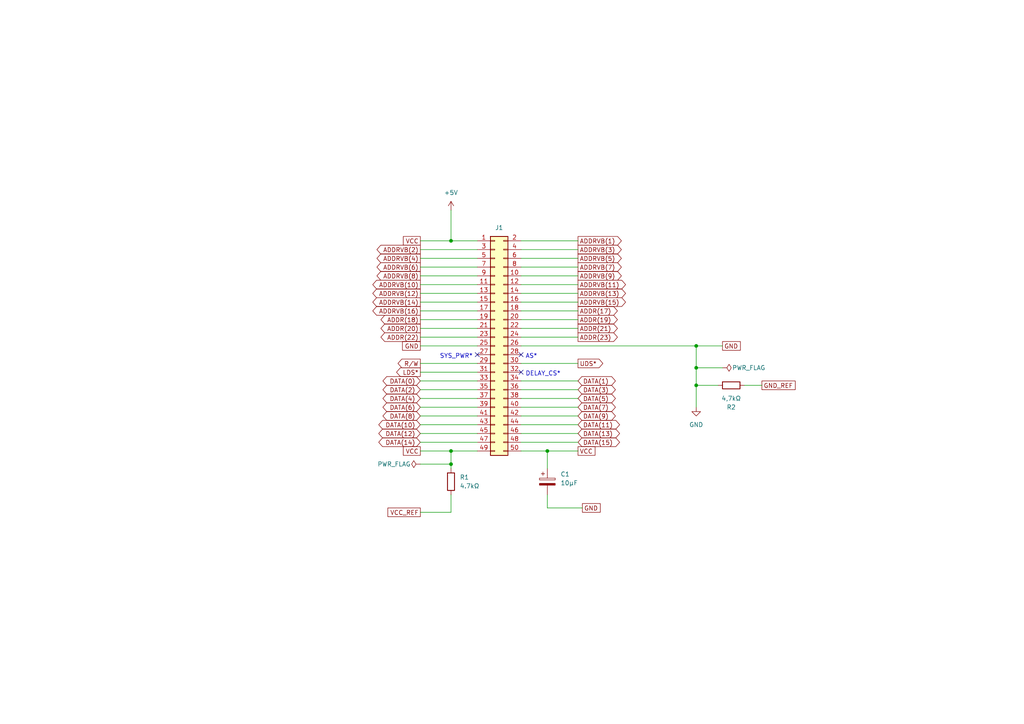
<source format=kicad_sch>
(kicad_sch (version 20211123) (generator eeschema)
  (paper "A4")
  (title_block (title "Edge Connector") (date "2022-10-26") (rev "0.2"))
  (lib_symbols
    (symbol "Connector_Generic:Conn_02x25_Odd_Even" (pin_names (offset 1.016) hide)
      (property "Reference" "J" (at 1.27 33.02 0))
      (property "Value" "Conn_02x25_Odd_Even" (at 1.27 -33.02 0))
      (symbol "Conn_02x25_Odd_Even_1_1"
        (rectangle (start -1.27 -30.353) (end 0 -30.607) (stroke (width 0.1524)))
        (rectangle (start -1.27 -27.813) (end 0 -28.067) (stroke (width 0.1524)))
        (rectangle (start -1.27 -25.273) (end 0 -25.527) (stroke (width 0.1524)))
        (rectangle (start -1.27 -22.733) (end 0 -22.987) (stroke (width 0.1524)))
        (rectangle (start -1.27 -20.193) (end 0 -20.447) (stroke (width 0.1524)))
        (rectangle (start -1.27 -17.653) (end 0 -17.907) (stroke (width 0.1524)))
        (rectangle (start -1.27 -15.113) (end 0 -15.367) (stroke (width 0.1524)))
        (rectangle (start -1.27 -12.573) (end 0 -12.827) (stroke (width 0.1524)))
        (rectangle (start -1.27 -10.033) (end 0 -10.287) (stroke (width 0.1524)))
        (rectangle (start -1.27 -7.493) (end 0 -7.747) (stroke (width 0.1524)))
        (rectangle (start -1.27 -4.953) (end 0 -5.207) (stroke (width 0.1524)))
        (rectangle (start -1.27 -2.413) (end 0 -2.667) (stroke (width 0.1524)))
        (rectangle (start -1.27 0.127) (end 0 -0.127) (stroke (width 0.1524)))
        (rectangle (start -1.27 2.667) (end 0 2.413) (stroke (width 0.1524)))
        (rectangle (start -1.27 5.207) (end 0 4.953) (stroke (width 0.1524)))
        (rectangle (start -1.27 7.747) (end 0 7.493) (stroke (width 0.1524)))
        (rectangle (start -1.27 10.287) (end 0 10.033) (stroke (width 0.1524)))
        (rectangle (start -1.27 12.827) (end 0 12.573) (stroke (width 0.1524)))
        (rectangle (start -1.27 15.367) (end 0 15.113) (stroke (width 0.1524)))
        (rectangle (start -1.27 17.907) (end 0 17.653) (stroke (width 0.1524)))
        (rectangle (start -1.27 20.447) (end 0 20.193) (stroke (width 0.1524)))
        (rectangle (start -1.27 22.987) (end 0 22.733) (stroke (width 0.1524)))
        (rectangle (start -1.27 25.527) (end 0 25.273) (stroke (width 0.1524)))
        (rectangle (start -1.27 28.067) (end 0 27.813) (stroke (width 0.1524)))
        (rectangle (start -1.27 30.607) (end 0 30.353) (stroke (width 0.1524)))
        (rectangle (start -1.27 31.75) (end 3.81 -31.75) (stroke (width 0.254)) (fill (type background)))
        (rectangle (start 3.81 -30.353) (end 2.54 -30.607) (stroke (width 0.1524)))
        (rectangle (start 3.81 -27.813) (end 2.54 -28.067) (stroke (width 0.1524)))
        (rectangle (start 3.81 -25.273) (end 2.54 -25.527) (stroke (width 0.1524)))
        (rectangle (start 3.81 -22.733) (end 2.54 -22.987) (stroke (width 0.1524)))
        (rectangle (start 3.81 -20.193) (end 2.54 -20.447) (stroke (width 0.1524)))
        (rectangle (start 3.81 -17.653) (end 2.54 -17.907) (stroke (width 0.1524)))
        (rectangle (start 3.81 -15.113) (end 2.54 -15.367) (stroke (width 0.1524)))
        (rectangle (start 3.81 -12.573) (end 2.54 -12.827) (stroke (width 0.1524)))
        (rectangle (start 3.81 -10.033) (end 2.54 -10.287) (stroke (width 0.1524)))
        (rectangle (start 3.81 -7.493) (end 2.54 -7.747) (stroke (width 0.1524)))
        (rectangle (start 3.81 -4.953) (end 2.54 -5.207) (stroke (width 0.1524)))
        (rectangle (start 3.81 -2.413) (end 2.54 -2.667) (stroke (width 0.1524)))
        (rectangle (start 3.81 0.127) (end 2.54 -0.127) (stroke (width 0.1524)))
        (rectangle (start 3.81 2.667) (end 2.54 2.413) (stroke (width 0.1524)))
        (rectangle (start 3.81 5.207) (end 2.54 4.953) (stroke (width 0.1524)))
        (rectangle (start 3.81 7.747) (end 2.54 7.493) (stroke (width 0.1524)))
        (rectangle (start 3.81 10.287) (end 2.54 10.033) (stroke (width 0.1524)))
        (rectangle (start 3.81 12.827) (end 2.54 12.573) (stroke (width 0.1524)))
        (rectangle (start 3.81 15.367) (end 2.54 15.113) (stroke (width 0.1524)))
        (rectangle (start 3.81 17.907) (end 2.54 17.653) (stroke (width 0.1524)))
        (rectangle (start 3.81 20.447) (end 2.54 20.193) (stroke (width 0.1524)))
        (rectangle (start 3.81 22.987) (end 2.54 22.733) (stroke (width 0.1524)))
        (rectangle (start 3.81 25.527) (end 2.54 25.273) (stroke (width 0.1524)))
        (rectangle (start 3.81 28.067) (end 2.54 27.813) (stroke (width 0.1524)))
        (rectangle (start 3.81 30.607) (end 2.54 30.353) (stroke (width 0.1524)))
        (pin passive line (at -5.08 30.48 0) (length 3.81) (name "Pin_1") (number "1"))
        (pin passive line (at 7.62 20.32 180) (length 3.81) (name "Pin_10") (number "10"))
        (pin passive line (at -5.08 17.78 0) (length 3.81) (name "Pin_11") (number "11"))
        (pin passive line (at 7.62 17.78 180) (length 3.81) (name "Pin_12") (number "12"))
        (pin passive line (at -5.08 15.24 0) (length 3.81) (name "Pin_13") (number "13"))
        (pin passive line (at 7.62 15.24 180) (length 3.81) (name "Pin_14") (number "14"))
        (pin passive line (at -5.08 12.7 0) (length 3.81) (name "Pin_15") (number "15"))
        (pin passive line (at 7.62 12.7 180) (length 3.81) (name "Pin_16") (number "16"))
        (pin passive line (at -5.08 10.16 0) (length 3.81) (name "Pin_17") (number "17"))
        (pin passive line (at 7.62 10.16 180) (length 3.81) (name "Pin_18") (number "18"))
        (pin passive line (at -5.08 7.62 0) (length 3.81) (name "Pin_19") (number "19"))
        (pin passive line (at 7.62 30.48 180) (length 3.81) (name "Pin_2") (number "2"))
        (pin passive line (at 7.62 7.62 180) (length 3.81) (name "Pin_20") (number "20"))
        (pin passive line (at -5.08 5.08 0) (length 3.81) (name "Pin_21") (number "21"))
        (pin passive line (at 7.62 5.08 180) (length 3.81) (name "Pin_22") (number "22"))
        (pin passive line (at -5.08 2.54 0) (length 3.81) (name "Pin_23") (number "23"))
        (pin passive line (at 7.62 2.54 180) (length 3.81) (name "Pin_24") (number "24"))
        (pin passive line (at -5.08 0 0) (length 3.81) (name "Pin_25") (number "25"))
        (pin passive line (at 7.62 0 180) (length 3.81) (name "Pin_26") (number "26"))
        (pin passive line (at -5.08 -2.54 0) (length 3.81) (name "Pin_27") (number "27"))
        (pin passive line (at 7.62 -2.54 180) (length 3.81) (name "Pin_28") (number "28"))
        (pin passive line (at -5.08 -5.08 0) (length 3.81) (name "Pin_29") (number "29"))
        (pin passive line (at -5.08 27.94 0) (length 3.81) (name "Pin_3") (number "3"))
        (pin passive line (at 7.62 -5.08 180) (length 3.81) (name "Pin_30") (number "30"))
        (pin passive line (at -5.08 -7.62 0) (length 3.81) (name "Pin_31") (number "31"))
        (pin passive line (at 7.62 -7.62 180) (length 3.81) (name "Pin_32") (number "32"))
        (pin passive line (at -5.08 -10.16 0) (length 3.81) (name "Pin_33") (number "33"))
        (pin passive line (at 7.62 -10.16 180) (length 3.81) (name "Pin_34") (number "34"))
        (pin passive line (at -5.08 -12.7 0) (length 3.81) (name "Pin_35") (number "35"))
        (pin passive line (at 7.62 -12.7 180) (length 3.81) (name "Pin_36") (number "36"))
        (pin passive line (at -5.08 -15.24 0) (length 3.81) (name "Pin_37") (number "37"))
        (pin passive line (at 7.62 -15.24 180) (length 3.81) (name "Pin_38") (number "38"))
        (pin passive line (at -5.08 -17.78 0) (length 3.81) (name "Pin_39") (number "39"))
        (pin passive line (at 7.62 27.94 180) (length 3.81) (name "Pin_4") (number "4"))
        (pin passive line (at 7.62 -17.78 180) (length 3.81) (name "Pin_40") (number "40"))
        (pin passive line (at -5.08 -20.32 0) (length 3.81) (name "Pin_41") (number "41"))
        (pin passive line (at 7.62 -20.32 180) (length 3.81) (name "Pin_42") (number "42"))
        (pin passive line (at -5.08 -22.86 0) (length 3.81) (name "Pin_43") (number "43"))
        (pin passive line (at 7.62 -22.86 180) (length 3.81) (name "Pin_44") (number "44"))
        (pin passive line (at -5.08 -25.4 0) (length 3.81) (name "Pin_45") (number "45"))
        (pin passive line (at 7.62 -25.4 180) (length 3.81) (name "Pin_46") (number "46"))
        (pin passive line (at -5.08 -27.94 0) (length 3.81) (name "Pin_47") (number "47"))
        (pin passive line (at 7.62 -27.94 180) (length 3.81) (name "Pin_48") (number "48"))
        (pin passive line (at -5.08 -30.48 0) (length 3.81) (name "Pin_49") (number "49"))
        (pin passive line (at -5.08 25.4 0) (length 3.81) (name "Pin_5") (number "5"))
        (pin passive line (at 7.62 -30.48 180) (length 3.81) (name "Pin_50") (number "50"))
        (pin passive line (at 7.62 25.4 180) (length 3.81) (name "Pin_6") (number "6"))
        (pin passive line (at -5.08 22.86 0) (length 3.81) (name "Pin_7") (number "7"))
        (pin passive line (at 7.62 22.86 180) (length 3.81) (name "Pin_8") (number "8"))
        (pin passive line (at -5.08 20.32 0) (length 3.81) (name "Pin_9") (number "9"))
      )
    )
    (symbol "Device:C_Polarized" (pin_numbers hide) (pin_names (offset 0.254))
      (property "Reference" "C" (at 0.635 2.54 0))
      (property "Value" "C_Polarized" (at 0.635 -2.54 0))
      (symbol "C_Polarized_0_1"
        (rectangle (start -2.286 0.508) (end 2.286 1.016))
        (polyline (pts (xy -1.778 2.286) (xy -0.762 2.286)))
        (polyline (pts (xy -1.27 2.794) (xy -1.27 1.778)))
        (rectangle (start 2.286 -0.508) (end -2.286 -1.016) (fill (type outline)))
      )
      (symbol "C_Polarized_1_1"
        (pin passive line (at 0 3.81 270) (length 2.794) (name "~") (number "1"))
        (pin passive line (at 0 -3.81 90) (length 2.794) (name "~") (number "2"))
      )
    )
    (symbol "Device:R" (pin_numbers hide) (pin_names (offset 0))
      (property "Reference" "R" (at 2.032 0 90))
      (property "Value" "R" (at 0 0 90))
      (symbol "R_0_1"
        (rectangle (start -1.016 -2.54) (end 1.016 2.54) (stroke (width 0.254)))
      )
      (symbol "R_1_1"
        (pin passive line (at 0 3.81 270) (length 1.27) (name "~") (number "1"))
        (pin passive line (at 0 -3.81 90) (length 1.27) (name "~") (number "2"))
      )
    )
    (symbol "power:+5V" (power) (pin_names (offset 0))
      (property "Value" "+5V" (at 0 3.556 0))
      (symbol "+5V_0_1"
        (polyline (pts (xy -0.762 1.27) (xy 0 2.54)))
        (polyline (pts (xy 0 0) (xy 0 2.54)))
        (polyline (pts (xy 0 2.54) (xy 0.762 1.27)))
      )
      (symbol "+5V_1_1"
        (pin power_in line (at 0 0 90) (length 0) hide (name "+5V") (number "1"))
      )
    )
    (symbol "power:GND" (power) (pin_names (offset 0))
      (property "Value" "GND" (at 0 -3.81 0))
      (symbol "GND_0_1"
        (polyline (pts (xy 0 0) (xy 0 -1.27) (xy 1.27 -1.27) (xy 0 -2.54) (xy -1.27 -1.27) (xy 0 -1.27)))
      )
      (symbol "GND_1_1"
        (pin power_in line (at 0 0 270) (length 0) hide (name "GND") (number "1"))
      )
    )
    (symbol "power:PWR_FLAG" (power) (pin_numbers hide) (pin_names (offset 0) hide)
      (property "Value" "PWR_FLAG" (at 0 3.81 0))
      (symbol "PWR_FLAG_0_0"
        (pin power_out line (at 0 0 90) (length 0) (name "pwr") (number "1"))
      )
      (symbol "PWR_FLAG_0_1"
        (polyline (pts (xy 0 0) (xy 0 1.27) (xy -1.016 1.905) (xy 0 2.54) (xy 1.016 1.905) (xy 0 1.27)))
      )
    )
  )
  (junction (at 201.93 100.33))
  (junction (at 158.75 130.81))
  (junction (at 130.81 130.81))
  (junction (at 201.93 106.68))
  (junction (at 130.81 69.85))
  (junction (at 201.93 111.76))
  (junction (at 130.81 134.62))
  (no_connect (at 151.13 107.95))
  (no_connect (at 151.13 102.87))
  (no_connect (at 138.43 102.87))
  (wire (pts (xy 121.92 130.81) (xy 130.81 130.81)))
  (wire (pts (xy 151.13 77.47) (xy 167.64 77.47)))
  (wire (pts (xy 121.92 82.55) (xy 138.43 82.55)))
  (wire (pts (xy 215.9 111.76) (xy 220.98 111.76)))
  (wire (pts (xy 151.13 125.73) (xy 167.64 125.73)))
  (wire (pts (xy 121.92 95.25) (xy 138.43 95.25)))
  (wire (pts (xy 151.13 115.57) (xy 167.64 115.57)))
  (wire (pts (xy 201.93 111.76) (xy 201.93 118.11)))
  (wire (pts (xy 121.92 80.01) (xy 138.43 80.01)))
  (wire (pts (xy 151.13 97.79) (xy 167.64 97.79)))
  (wire (pts (xy 151.13 92.71) (xy 167.64 92.71)))
  (wire (pts (xy 121.92 72.39) (xy 138.43 72.39)))
  (wire (pts (xy 151.13 100.33) (xy 201.93 100.33)))
  (wire (pts (xy 130.81 148.59) (xy 121.92 148.59)))
  (wire (pts (xy 121.92 105.41) (xy 138.43 105.41)))
  (wire (pts (xy 130.81 130.81) (xy 130.81 134.62)))
  (wire (pts (xy 121.92 97.79) (xy 138.43 97.79)))
  (wire (pts (xy 130.81 60.96) (xy 130.81 69.85)))
  (wire (pts (xy 121.92 69.85) (xy 130.81 69.85)))
  (wire (pts (xy 151.13 110.49) (xy 167.64 110.49)))
  (wire (pts (xy 151.13 85.09) (xy 167.64 85.09)))
  (wire (pts (xy 130.81 130.81) (xy 138.43 130.81)))
  (wire (pts (xy 151.13 82.55) (xy 167.64 82.55)))
  (wire (pts (xy 130.81 134.62) (xy 130.81 135.89)))
  (wire (pts (xy 151.13 90.17) (xy 167.64 90.17)))
  (wire (pts (xy 151.13 74.93) (xy 167.64 74.93)))
  (wire (pts (xy 201.93 106.68) (xy 209.55 106.68)))
  (wire (pts (xy 130.81 69.85) (xy 138.43 69.85)))
  (wire (pts (xy 201.93 106.68) (xy 201.93 111.76)))
  (wire (pts (xy 121.92 77.47) (xy 138.43 77.47)))
  (wire (pts (xy 121.92 118.11) (xy 138.43 118.11)))
  (wire (pts (xy 121.92 110.49) (xy 138.43 110.49)))
  (wire (pts (xy 121.92 100.33) (xy 138.43 100.33)))
  (wire (pts (xy 151.13 113.03) (xy 167.64 113.03)))
  (wire (pts (xy 201.93 111.76) (xy 208.28 111.76)))
  (wire (pts (xy 121.92 92.71) (xy 138.43 92.71)))
  (wire (pts (xy 151.13 69.85) (xy 167.64 69.85)))
  (wire (pts (xy 121.92 87.63) (xy 138.43 87.63)))
  (wire (pts (xy 151.13 130.81) (xy 158.75 130.81)))
  (wire (pts (xy 121.92 125.73) (xy 138.43 125.73)))
  (wire (pts (xy 158.75 130.81) (xy 158.75 135.89)))
  (wire (pts (xy 130.81 143.51) (xy 130.81 148.59)))
  (wire (pts (xy 158.75 147.32) (xy 168.91 147.32)))
  (wire (pts (xy 121.92 120.65) (xy 138.43 120.65)))
  (wire (pts (xy 151.13 123.19) (xy 167.64 123.19)))
  (wire (pts (xy 151.13 105.41) (xy 167.64 105.41)))
  (wire (pts (xy 201.93 100.33) (xy 201.93 106.68)))
  (wire (pts (xy 121.92 113.03) (xy 138.43 113.03)))
  (wire (pts (xy 151.13 87.63) (xy 167.64 87.63)))
  (wire (pts (xy 121.92 115.57) (xy 138.43 115.57)))
  (wire (pts (xy 121.92 107.95) (xy 138.43 107.95)))
  (wire (pts (xy 151.13 118.11) (xy 167.64 118.11)))
  (wire (pts (xy 121.92 123.19) (xy 138.43 123.19)))
  (wire (pts (xy 158.75 130.81) (xy 167.64 130.81)))
  (wire (pts (xy 158.75 143.51) (xy 158.75 147.32)))
  (wire (pts (xy 121.92 90.17) (xy 138.43 90.17)))
  (wire (pts (xy 151.13 80.01) (xy 167.64 80.01)))
  (wire (pts (xy 201.93 100.33) (xy 209.55 100.33)))
  (wire (pts (xy 121.92 85.09) (xy 138.43 85.09)))
  (wire (pts (xy 121.92 134.62) (xy 130.81 134.62)))
  (wire (pts (xy 151.13 128.27) (xy 167.64 128.27)))
  (wire (pts (xy 151.13 95.25) (xy 167.64 95.25)))
  (wire (pts (xy 121.92 128.27) (xy 138.43 128.27)))
  (wire (pts (xy 151.13 72.39) (xy 167.64 72.39)))
  (wire (pts (xy 151.13 120.65) (xy 167.64 120.65)))
  (wire (pts (xy 121.92 74.93) (xy 138.43 74.93)))
  (text "SYS_PWR*" (at 137.16 104.14 180) (effects (font (size 1.27 1.27)) (justify right bottom)))
  (text "AS*" (at 152.4 104.14 0) (effects (font (size 1.27 1.27)) (justify left bottom)))
  (text "DELAY_CS*" (at 152.4 109.22 0) (effects (font (size 1.27 1.27)) (justify left bottom)))
  (global_label "ADDRVB(15)" (shape output) (at 167.64 87.63 0) (property "Intersheet References" "${INTERSHEET_REFS}" (effects hide)))
  (global_label "ADDR(23)" (shape output) (at 167.64 97.79 0) (property "Intersheet References" "${INTERSHEET_REFS}" (effects hide)))
  (global_label "ADDRVB(1)" (shape output) (at 167.64 69.85 0) (property "Intersheet References" "${INTERSHEET_REFS}" (effects hide)))
  (global_label "VCC" (shape passive) (at 167.64 130.81 0) (property "Intersheet References" "${INTERSHEET_REFS}" (effects hide)))
  (global_label "DATA(1)" (shape bidirectional) (at 167.64 110.49 0) (property "Intersheet References" "${INTERSHEET_REFS}" (effects hide)))
  (global_label "DATA(13)" (shape bidirectional) (at 167.64 125.73 0) (property "Intersheet References" "${INTERSHEET_REFS}" (effects hide)))
  (global_label "DATA(15)" (shape bidirectional) (at 167.64 128.27 0) (property "Intersheet References" "${INTERSHEET_REFS}" (effects hide)))
  (global_label "VCC" (shape passive) (at 121.92 69.85 180) (property "Intersheet References" "${INTERSHEET_REFS}" (effects hide)))
  (global_label "ADDRVB(6)" (shape output) (at 121.92 77.47 180) (property "Intersheet References" "${INTERSHEET_REFS}" (effects hide)))
  (global_label "ADDR(20)" (shape output) (at 121.92 95.25 180) (property "Intersheet References" "${INTERSHEET_REFS}" (effects hide)))
  (global_label "ADDRVB(7)" (shape output) (at 167.64 77.47 0) (property "Intersheet References" "${INTERSHEET_REFS}" (effects hide)))
  (global_label "ADDRVB(11)" (shape output) (at 167.64 82.55 0) (property "Intersheet References" "${INTERSHEET_REFS}" (effects hide)))
  (global_label "ADDRVB(10)" (shape output) (at 121.92 82.55 180) (property "Intersheet References" "${INTERSHEET_REFS}" (effects hide)))
  (global_label "DATA(12)" (shape bidirectional) (at 121.92 125.73 180) (property "Intersheet References" "${INTERSHEET_REFS}" (effects hide)))
  (global_label "DATA(6)" (shape bidirectional) (at 121.92 118.11 180) (property "Intersheet References" "${INTERSHEET_REFS}" (effects hide)))
  (global_label "ADDRVB(16)" (shape output) (at 121.92 90.17 180) (property "Intersheet References" "${INTERSHEET_REFS}" (effects hide)))
  (global_label "DATA(10)" (shape bidirectional) (at 121.92 123.19 180) (property "Intersheet References" "${INTERSHEET_REFS}" (effects hide)))
  (global_label "GND_REF" (shape passive) (at 220.98 111.76 0) (property "Intersheet References" "${INTERSHEET_REFS}" (effects hide)))
  (global_label "GND" (shape passive) (at 209.55 100.33 0) (property "Intersheet References" "${INTERSHEET_REFS}" (effects hide)))
  (global_label "GND" (shape passive) (at 121.92 100.33 180) (property "Intersheet References" "${INTERSHEET_REFS}" (effects hide)))
  (global_label "ADDRVB(2)" (shape output) (at 121.92 72.39 180) (property "Intersheet References" "${INTERSHEET_REFS}" (effects hide)))
  (global_label "ADDRVB(8)" (shape output) (at 121.92 80.01 180) (property "Intersheet References" "${INTERSHEET_REFS}" (effects hide)))
  (global_label "DATA(11)" (shape bidirectional) (at 167.64 123.19 0) (property "Intersheet References" "${INTERSHEET_REFS}" (effects hide)))
  (global_label "ADDRVB(14)" (shape output) (at 121.92 87.63 180) (property "Intersheet References" "${INTERSHEET_REFS}" (effects hide)))
  (global_label "ADDRVB(9)" (shape output) (at 167.64 80.01 0) (property "Intersheet References" "${INTERSHEET_REFS}" (effects hide)))
  (global_label "ADDR(22)" (shape output) (at 121.92 97.79 180) (property "Intersheet References" "${INTERSHEET_REFS}" (effects hide)))
  (global_label "VCC_REF" (shape passive) (at 121.92 148.59 180) (property "Intersheet References" "${INTERSHEET_REFS}" (effects hide)))
  (global_label "DATA(5)" (shape bidirectional) (at 167.64 115.57 0) (property "Intersheet References" "${INTERSHEET_REFS}" (effects hide)))
  (global_label "ADDR(21)" (shape output) (at 167.64 95.25 0) (property "Intersheet References" "${INTERSHEET_REFS}" (effects hide)))
  (global_label "DATA(8)" (shape bidirectional) (at 121.92 120.65 180) (property "Intersheet References" "${INTERSHEET_REFS}" (effects hide)))
  (global_label "DATA(2)" (shape bidirectional) (at 121.92 113.03 180) (property "Intersheet References" "${INTERSHEET_REFS}" (effects hide)))
  (global_label "UDS*" (shape output) (at 167.64 105.41 0) (property "Intersheet References" "${INTERSHEET_REFS}" (effects hide)))
  (global_label "ADDRVB(5)" (shape output) (at 167.64 74.93 0) (property "Intersheet References" "${INTERSHEET_REFS}" (effects hide)))
  (global_label "R{slash}W" (shape output) (at 121.92 105.41 180) (property "Intersheet References" "${INTERSHEET_REFS}" (effects hide)))
  (global_label "ADDRVB(13)" (shape output) (at 167.64 85.09 0) (property "Intersheet References" "${INTERSHEET_REFS}" (effects hide)))
  (global_label "DATA(0)" (shape bidirectional) (at 121.92 110.49 180) (property "Intersheet References" "${INTERSHEET_REFS}" (effects hide)))
  (global_label "DATA(9)" (shape bidirectional) (at 167.64 120.65 0) (property "Intersheet References" "${INTERSHEET_REFS}" (effects hide)))
  (global_label "ADDRVB(3)" (shape output) (at 167.64 72.39 0) (property "Intersheet References" "${INTERSHEET_REFS}" (effects hide)))
  (global_label "ADDR(19)" (shape output) (at 167.64 92.71 0) (property "Intersheet References" "${INTERSHEET_REFS}" (effects hide)))
  (global_label "ADDRVB(4)" (shape output) (at 121.92 74.93 180) (property "Intersheet References" "${INTERSHEET_REFS}" (effects hide)))
  (global_label "VCC" (shape passive) (at 121.92 130.81 180) (property "Intersheet References" "${INTERSHEET_REFS}" (effects hide)))
  (global_label "DATA(4)" (shape bidirectional) (at 121.92 115.57 180) (property "Intersheet References" "${INTERSHEET_REFS}" (effects hide)))
  (global_label "ADDR(17)" (shape output) (at 167.64 90.17 0) (property "Intersheet References" "${INTERSHEET_REFS}" (effects hide)))
  (global_label "GND" (shape passive) (at 168.91 147.32 0) (property "Intersheet References" "${INTERSHEET_REFS}" (effects hide)))
  (global_label "DATA(3)" (shape bidirectional) (at 167.64 113.03 0) (property "Intersheet References" "${INTERSHEET_REFS}" (effects hide)))
  (global_label "ADDRVB(12)" (shape output) (at 121.92 85.09 180) (property "Intersheet References" "${INTERSHEET_REFS}" (effects hide)))
  (global_label "LDS*" (shape output) (at 121.92 107.95 180) (property "Intersheet References" "${INTERSHEET_REFS}" (effects hide)))
  (global_label "ADDR(18)" (shape output) (at 121.92 92.71 180) (property "Intersheet References" "${INTERSHEET_REFS}" (effects hide)))
  (global_label "DATA(7)" (shape bidirectional) (at 167.64 118.11 0) (property "Intersheet References" "${INTERSHEET_REFS}" (effects hide)))
  (global_label "DATA(14)" (shape bidirectional) (at 121.92 128.27 180) (property "Intersheet References" "${INTERSHEET_REFS}" (effects hide)))
  (symbol (lib_id "power:PWR_FLAG") (at 121.92 134.62 90) (unit 1)
    (property "Reference" "#FLG0101" (effects hide))
    (property "Value" "PWR_FLAG" (at 114.3 134.62 90))
  )
  (symbol (lib_id "power:GND") (at 201.93 118.11 0) (unit 1)
    (property "Reference" "#PWR0102" (effects hide))
    (property "Value" "GND" (at 201.93 123.19 0))
  )
  (symbol (lib_id "power:+5V") (at 130.81 60.96 0) (unit 1)
    (property "Reference" "#PWR0101" (effects hide))
    (property "Value" "+5V" (at 130.81 55.88 0))
  )
  (symbol (lib_id "Device:R") (at 212.09 111.76 90) (unit 1)
    (property "Reference" "R2" (at 212.09 118.11 90))
    (property "Value" "4,7kΩ" (at 212.09 115.57 90))
    (property "Footprint" "Resistor_SMD:R_1206_3216Metric_Pad1.30x1.75mm_HandSolder" (effects hide))
  )
  (symbol (lib_id "Device:R") (at 130.81 139.7 0) (unit 1)
    (property "Reference" "R1" (at 133.35 138.4299 0) (effects (justify left)))
    (property "Value" "4.7kΩ" (at 133.35 140.9699 0) (effects (justify left)))
    (property "Footprint" "Resistor_SMD:R_1206_3216Metric_Pad1.30x1.75mm_HandSolder" (effects hide))
  )
  (symbol (lib_id "Device:C_Polarized") (at 158.75 139.7 0) (unit 1)
    (property "Reference" "C1" (at 162.56 137.5409 0) (effects (justify left)))
    (property "Value" "10µF" (at 162.56 140.0809 0) (effects (justify left)))
    (property "Footprint" "Capacitor_SMD:C_1206_3216Metric_Pad1.33x1.80mm_HandSolder" (effects hide))
  )
  (symbol (lib_id "Connector_Generic:Conn_02x25_Odd_Even") (at 143.51 100.33 0) (unit 1)
    (property "Reference" "J1" (at 144.78 66.04 0))
    (property "Value" "Conn_02x25_Odd_Even" (effects hide))
    (property "Footprint" "Connector_Samtec:Samtec_BCS-125-F-D-HE" (effects hide))
  )
  (symbol (lib_id "power:PWR_FLAG") (at 209.55 106.68 270) (unit 1)
    (property "Reference" "#FLG0102" (effects hide))
    (property "Value" "PWR_FLAG" (at 217.17 106.68 90))
  )
)
</source>
